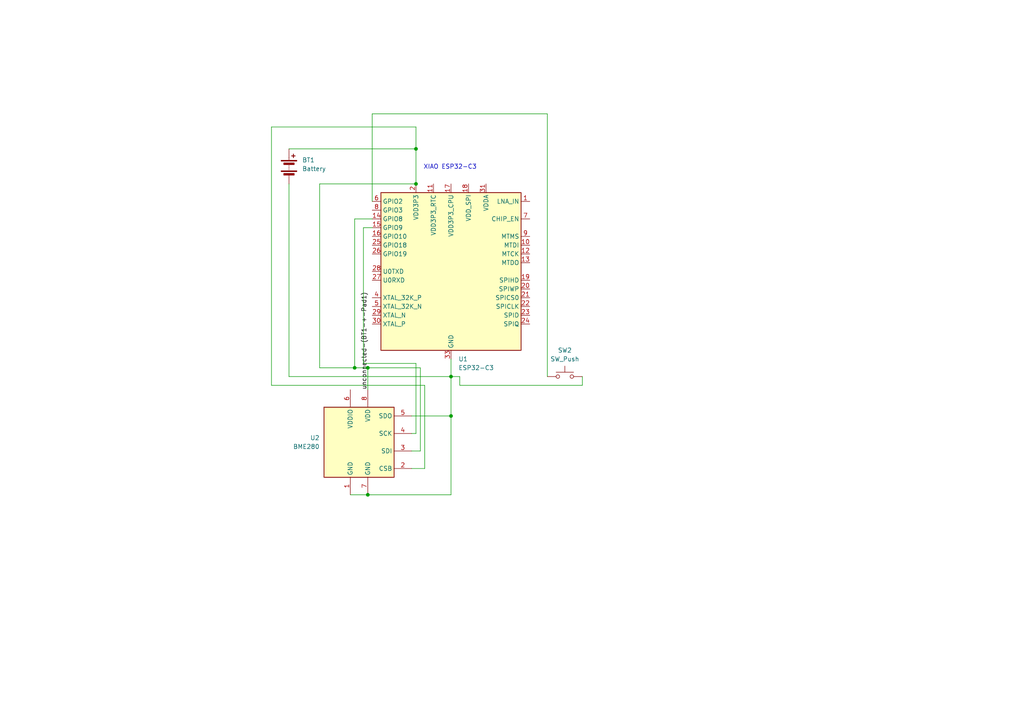
<source format=kicad_sch>
(kicad_sch (version 20250114) (generator "eeschema") (generator_version "9.0")
  (paper "A4")
  (lib_symbols
    (symbol "Device:Battery" (pin_numbers (hide yes)) (pin_names (offset 0) (hide yes))
      (property "Reference" "BT" (at 2.54 2.54 0))
      (property "Value" "Battery" (at 2.54 0 0))
      (symbol "Battery_0_1"
        (rectangle (start -2.286 1.778) (end 2.286 1.524) (fill (type outline)))
        (rectangle (start -2.286 -1.27) (end 2.286 -1.524) (fill (type outline)))
        (rectangle (start -1.524 1.016) (end 1.524 0.508) (fill (type outline)))
        (rectangle (start -1.524 -2.032) (end 1.524 -2.54) (fill (type outline)))
        (polyline (pts (xy 0 1.778) (xy 0 2.54)))
        (polyline (pts (xy 0 0) (xy 0 0.254)))
        (polyline (pts (xy 0 -0.508) (xy 0 -0.254)))
        (polyline (pts (xy 0 -1.016) (xy 0 -0.762)))
        (polyline (pts (xy 0.762 3.048) (xy 1.778 3.048)) (stroke (width 0.254)))
        (polyline (pts (xy 1.27 3.556) (xy 1.27 2.54)) (stroke (width 0.254)))
      )
      (symbol "Battery_1_1"
        (pin passive line (at 0 5.08 270) (length 2.54) (name "+") (number "1"))
        (pin passive line (at 0 -5.08 90) (length 2.54) (name "-") (number "2"))
      )
    )
    (symbol "MCU_Espressif:ESP32-C3"
      (property "Reference" "U" (at -17.272 23.876 0))
      (property "Value" "ESP32-C3" (at 16.256 23.876 0))
      (symbol "ESP32-C3_1_1"
        (rectangle (start -20.32 22.86) (end 20.32 -22.86) (stroke (width 0.254)) (fill (type background)))
        (pin bidirectional line (at -22.86 20.32 0) (length 2.54) (name "GPIO2") (number "6"))
        (pin bidirectional line (at -22.86 17.78 0) (length 2.54) (name "GPIO3") (number "8"))
        (pin bidirectional line (at -22.86 15.24 0) (length 2.54) (name "GPIO8") (number "14"))
        (pin bidirectional line (at -22.86 12.7 0) (length 2.54) (name "GPIO9") (number "15"))
        (pin bidirectional line (at -22.86 10.16 0) (length 2.54) (name "GPIO10") (number "16"))
        (pin bidirectional line (at -22.86 7.62 0) (length 2.54) (name "GPIO18") (number "25"))
        (pin bidirectional line (at -22.86 5.08 0) (length 2.54) (name "GPIO19") (number "26"))
        (pin bidirectional line (at -22.86 0 0) (length 2.54) (name "U0TXD") (number "28"))
        (pin bidirectional line (at -22.86 -2.54 0) (length 2.54) (name "U0RXD") (number "27"))
        (pin bidirectional line (at -22.86 -7.62 0) (length 2.54) (name "XTAL_32K_P") (number "4"))
        (pin bidirectional line (at -22.86 -10.16 0) (length 2.54) (name "XTAL_32K_N") (number "5"))
        (pin bidirectional line (at -22.86 -12.7 0) (length 2.54) (name "XTAL_N") (number "29"))
        (pin bidirectional line (at -22.86 -15.24 0) (length 2.54) (name "XTAL_P") (number "30"))
        (pin power_in line (at -10.16 25.4 270) (length 2.54) (name "VDD3P3") (number "2"))
        (pin passive line (at -10.16 25.4 270) (length 2.54) (hide yes) (name "VDD3P3") (number "3"))
        (pin power_in line (at -5.08 25.4 270) (length 2.54) (name "VDD3P3_RTC") (number "11"))
        (pin power_in line (at 0 25.4 270) (length 2.54) (name "VDD3P3_CPU") (number "17"))
        (pin power_in line (at 0 -25.4 90) (length 2.54) (name "GND") (number "33"))
        (pin power_out line (at 5.08 25.4 270) (length 2.54) (name "VDD_SPI") (number "18"))
        (pin power_in line (at 10.16 25.4 270) (length 2.54) (name "VDDA") (number "31"))
        (pin passive line (at 10.16 25.4 270) (length 2.54) (hide yes) (name "VDDA") (number "32"))
        (pin bidirectional line (at 22.86 20.32 180) (length 2.54) (name "LNA_IN") (number "1"))
        (pin bidirectional line (at 22.86 15.24 180) (length 2.54) (name "CHIP_EN") (number "7"))
        (pin bidirectional line (at 22.86 10.16 180) (length 2.54) (name "MTMS") (number "9"))
        (pin bidirectional line (at 22.86 7.62 180) (length 2.54) (name "MTDI") (number "10"))
        (pin bidirectional line (at 22.86 5.08 180) (length 2.54) (name "MTCK") (number "12"))
        (pin bidirectional line (at 22.86 2.54 180) (length 2.54) (name "MTDO") (number "13"))
        (pin bidirectional line (at 22.86 -2.54 180) (length 2.54) (name "SPIHD") (number "19"))
        (pin bidirectional line (at 22.86 -5.08 180) (length 2.54) (name "SPIWP") (number "20"))
        (pin bidirectional line (at 22.86 -7.62 180) (length 2.54) (name "SPICS0") (number "21"))
        (pin bidirectional line (at 22.86 -10.16 180) (length 2.54) (name "SPICLK") (number "22"))
        (pin bidirectional line (at 22.86 -12.7 180) (length 2.54) (name "SPID") (number "23"))
        (pin bidirectional line (at 22.86 -15.24 180) (length 2.54) (name "SPIQ") (number "24"))
      )
    )
    (symbol "Sensor:BME280"
      (property "Reference" "U" (at -8.89 11.43 0))
      (property "Value" "BME280" (at 7.62 11.43 0))
      (symbol "BME280_0_1"
        (rectangle (start -10.16 10.16) (end 10.16 -10.16) (stroke (width 0.254)) (fill (type background)))
      )
      (symbol "BME280_1_1"
        (pin power_in line (at -2.54 15.24 270) (length 5.08) (name "VDDIO") (number "6"))
        (pin power_in line (at -2.54 -15.24 90) (length 5.08) (name "GND") (number "1"))
        (pin power_in line (at 2.54 15.24 270) (length 5.08) (name "VDD") (number "8"))
        (pin power_in line (at 2.54 -15.24 90) (length 5.08) (name "GND") (number "7"))
        (pin bidirectional line (at 15.24 7.62 180) (length 5.08) (name "SDO") (number "5"))
        (pin input line (at 15.24 2.54 180) (length 5.08) (name "SCK") (number "4"))
        (pin bidirectional line (at 15.24 -2.54 180) (length 5.08) (name "SDI") (number "3"))
        (pin input line (at 15.24 -7.62 180) (length 5.08) (name "CSB") (number "2"))
      )
    )
    (symbol "Switch:SW_Push" (pin_numbers (hide yes)) (pin_names (offset 1.016) (hide yes))
      (property "Reference" "SW" (at 1.27 2.54 0))
      (property "Value" "SW_Push" (at 0 -1.524 0))
      (symbol "SW_Push_0_1"
        (circle (center -2.032 0) (radius 0.508))
        (polyline (pts (xy 0 1.27) (xy 0 3.048)))
        (circle (center 2.032 0) (radius 0.508))
        (polyline (pts (xy 2.54 1.27) (xy -2.54 1.27)))
        (pin passive line (at -5.08 0 0) (length 2.54) (name "1") (number "1"))
        (pin passive line (at 5.08 0 180) (length 2.54) (name "2") (number "2"))
      )
    )
  )
  (text "XIAO ESP32-C3" (at 130.556 48.514 0) (effects (font (size 1.27 1.27))))
  (junction (at 130.81 109.22))
  (junction (at 102.87 106.68))
  (junction (at 120.65 53.34))
  (junction (at 106.68 106.68))
  (junction (at 106.68 143.51))
  (junction (at 130.81 120.65))
  (junction (at 120.65 43.18))
  (wire (pts (xy 92.71 106.68) (xy 92.71 53.34)))
  (wire (pts (xy 106.68 113.03) (xy 106.68 106.68)))
  (wire (pts (xy 119.38 130.81) (xy 121.92 130.81)))
  (wire (pts (xy 78.74 36.83) (xy 120.65 36.83)))
  (wire (pts (xy 123.19 135.89) (xy 123.19 111.76)))
  (wire (pts (xy 119.38 120.65) (xy 130.81 120.65)))
  (wire (pts (xy 120.65 36.83) (xy 120.65 43.18)))
  (wire (pts (xy 92.71 106.68) (xy 102.87 106.68)))
  (wire (pts (xy 119.38 135.89) (xy 123.19 135.89)))
  (wire (pts (xy 158.75 33.02) (xy 107.95 33.02)))
  (wire (pts (xy 83.82 43.18) (xy 120.65 43.18)))
  (wire (pts (xy 102.87 106.68) (xy 102.87 63.5)))
  (wire (pts (xy 120.65 43.18) (xy 120.65 53.34)))
  (wire (pts (xy 130.81 104.14) (xy 130.81 109.22)))
  (wire (pts (xy 158.75 109.22) (xy 158.75 33.02)))
  (wire (pts (xy 83.82 53.34) (xy 83.82 109.22)))
  (wire (pts (xy 92.71 53.34) (xy 120.65 53.34)))
  (wire (pts (xy 130.81 120.65) (xy 130.81 143.51)))
  (wire (pts (xy 120.65 105.41) (xy 105.41 105.41)))
  (wire (pts (xy 121.92 130.81) (xy 121.92 106.68)))
  (wire (pts (xy 123.19 111.76) (xy 78.74 111.76)))
  (wire (pts (xy 101.6 143.51) (xy 106.68 143.51)))
  (wire (pts (xy 102.87 106.68) (xy 106.68 106.68)))
  (wire (pts (xy 105.41 105.41) (xy 105.41 66.04)))
  (wire (pts (xy 78.74 111.76) (xy 78.74 36.83)))
  (wire (pts (xy 107.95 33.02) (xy 107.95 58.42)))
  (wire (pts (xy 168.91 109.22) (xy 168.91 111.76)))
  (wire (pts (xy 102.87 63.5) (xy 107.95 63.5)))
  (wire (pts (xy 120.65 125.73) (xy 120.65 105.41)))
  (wire (pts (xy 119.38 125.73) (xy 120.65 125.73)))
  (wire (pts (xy 133.35 111.76) (xy 133.35 109.22)))
  (wire (pts (xy 130.81 109.22) (xy 130.81 120.65)))
  (wire (pts (xy 133.35 109.22) (xy 130.81 109.22)))
  (wire (pts (xy 106.68 143.51) (xy 130.81 143.51)))
  (wire (pts (xy 168.91 111.76) (xy 133.35 111.76)))
  (wire (pts (xy 83.82 109.22) (xy 130.81 109.22)))
  (wire (pts (xy 106.68 106.68) (xy 121.92 106.68)))
  (wire (pts (xy 105.41 66.04) (xy 107.95 66.04)))
  (label "unconnected-(BT1-+-Pad1)" (at 106.68 113.03 90))
  (symbol (lib_id "Device:Battery") (at 83.82 48.26 0) (unit 1)
    (property "Reference" "BT1" (at 87.63 46.4184 0) (effects (justify left)))
    (property "Value" "Battery" (at 87.63 48.9584 0) (effects (justify left)))
    (property "Footprint" "Battery:BatteryHolder_Keystone_3000_1x12mm" (effects (hide yes)))
  )
  (symbol (lib_id "Switch:SW_Push") (at 163.83 109.22 0) (unit 1)
    (property "Reference" "SW2" (at 163.83 101.6 0))
    (property "Value" "SW_Push" (at 163.83 104.14 0))
    (property "Footprint" "Button_Switch_THT:SW_PUSH_6mm" (effects (hide yes)))
    (property "Description" "Push button switch, generic, two pins" (effects (hide yes)))
  )
  (symbol (lib_id "MCU_Espressif:ESP32-C3") (at 130.81 78.74 0) (unit 1)
    (property "Reference" "U1" (at 132.9533 104.14 0) (effects (justify left)))
    (property "Value" "ESP32-C3" (at 132.9533 106.68 0) (effects (justify left)))
    (property "Footprint" "Package_DFN_QFN:QFN-32-1EP_5x5mm_P0.5mm_EP3.7x3.7mm" (effects (hide yes)))
  )
  (symbol (lib_id "Sensor:BME280") (at 104.14 128.27 0) (unit 1)
    (property "Reference" "U2" (at 92.71 126.9999 0) (effects (justify right)))
    (property "Value" "BME280" (at 92.71 129.5399 0) (effects (justify right)))
    (property "Footprint" "Package_LGA:Bosch_LGA-8_2.5x2.5mm_P0.65mm_ClockwisePinNumbering" (effects (hide yes)))
  )
)
</source>
